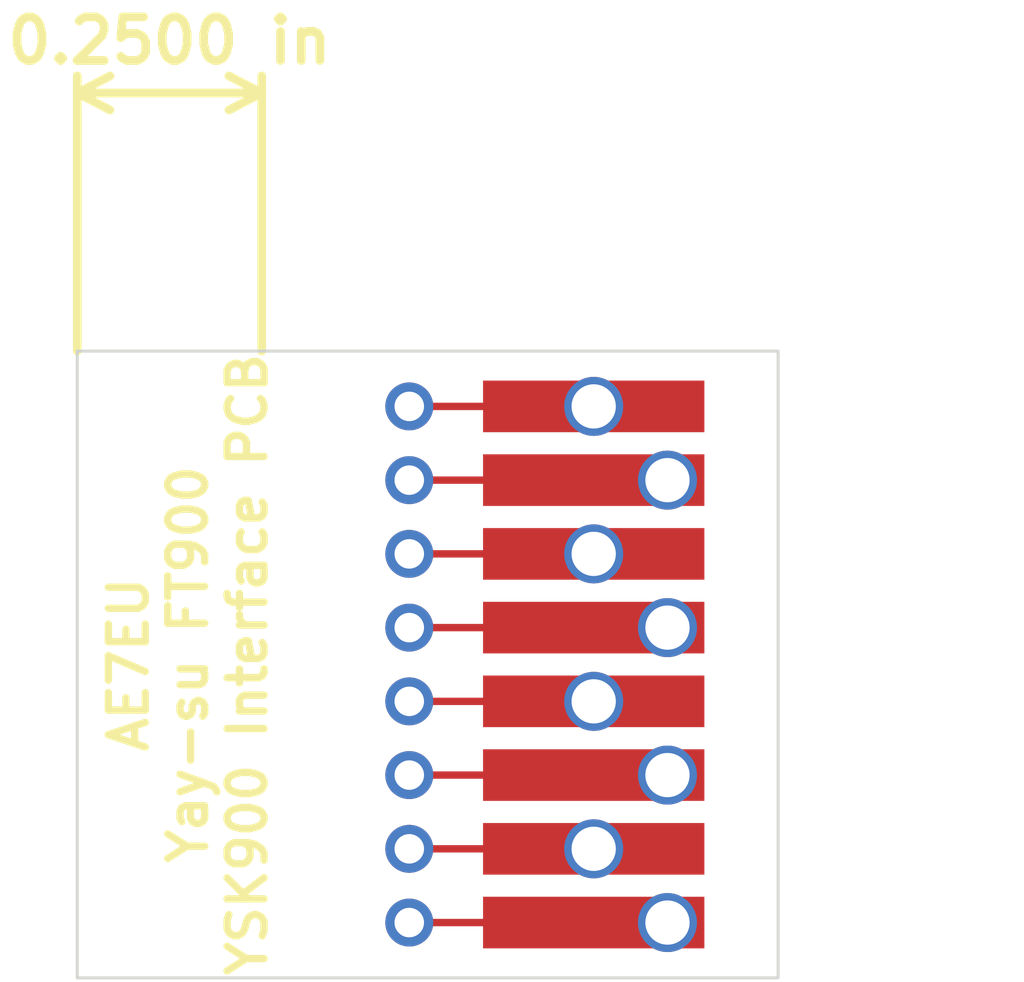
<source format=kicad_pcb>
(kicad_pcb (version 20171130) (host pcbnew "(5.0.0)")

  (general
    (thickness 1.6)
    (drawings 9)
    (tracks 8)
    (zones 0)
    (modules 24)
    (nets 9)
  )

  (page A)
  (title_block
    (title "YSK900 Adapter")
    (date 2019-03-12)
    (rev A)
    (company "Martin Held")
    (comment 1 "Design by Martin Held, AE7EU")
  )

  (layers
    (0 F.Cu signal)
    (31 B.Cu signal)
    (32 B.Adhes user)
    (33 F.Adhes user)
    (34 B.Paste user)
    (35 F.Paste user)
    (36 B.SilkS user)
    (37 F.SilkS user)
    (38 B.Mask user)
    (39 F.Mask user)
    (40 Dwgs.User user)
    (41 Cmts.User user)
    (42 Eco1.User user)
    (43 Eco2.User user)
    (44 Edge.Cuts user)
    (45 Margin user)
    (46 B.CrtYd user)
    (47 F.CrtYd user)
    (48 B.Fab user)
    (49 F.Fab user)
  )

  (setup
    (last_trace_width 0.254)
    (user_trace_width 0.1524)
    (user_trace_width 0.2032)
    (user_trace_width 0.254)
    (user_trace_width 0.381)
    (user_trace_width 0.508)
    (user_trace_width 0.635)
    (user_trace_width 0.889)
    (user_trace_width 1.27)
    (trace_clearance 0.1524)
    (zone_clearance 0.254)
    (zone_45_only no)
    (trace_min 0.1524)
    (segment_width 0.2)
    (edge_width 0.1)
    (via_size 0.635)
    (via_drill 0.381)
    (via_min_size 0.635)
    (via_min_drill 0.381)
    (user_via 0.635 0.381)
    (user_via 0.635 0.381)
    (user_via 0.889 0.635)
    (user_via 0.889 0.635)
    (user_via 1.27 0.889)
    (user_via 1.27 0.889)
    (user_via 1.905 1.524)
    (user_via 1.905 1.524)
    (uvia_size 0.508)
    (uvia_drill 0.127)
    (uvias_allowed no)
    (uvia_min_size 0.508)
    (uvia_min_drill 0.127)
    (pcb_text_width 0.3)
    (pcb_text_size 1.5 1.5)
    (mod_edge_width 0.15)
    (mod_text_size 1.27 1.27)
    (mod_text_width 0.254)
    (pad_size 0.635 0.635)
    (pad_drill 0.381)
    (pad_to_mask_clearance 0)
    (aux_axis_origin 0 0)
    (visible_elements 7FFFFF7F)
    (pcbplotparams
      (layerselection 0x011fc_80000001)
      (usegerberextensions true)
      (usegerberattributes false)
      (usegerberadvancedattributes false)
      (creategerberjobfile false)
      (excludeedgelayer true)
      (linewidth 0.152400)
      (plotframeref false)
      (viasonmask false)
      (mode 1)
      (useauxorigin false)
      (hpglpennumber 1)
      (hpglpenspeed 20)
      (hpglpendiameter 15.000000)
      (psnegative false)
      (psa4output false)
      (plotreference true)
      (plotvalue false)
      (plotinvisibletext false)
      (padsonsilk false)
      (subtractmaskfromsilk true)
      (outputformat 1)
      (mirror false)
      (drillshape 0)
      (scaleselection 1)
      (outputdirectory "Gerber/"))
  )

  (net 0 "")
  (net 1 "Net-(U1-Pad1)")
  (net 2 "Net-(U11-Pad1)")
  (net 3 "Net-(U13-Pad1)")
  (net 4 "Net-(U15-Pad1)")
  (net 5 "Net-(U17-Pad1)")
  (net 6 "Net-(U19-Pad1)")
  (net 7 "Net-(U21-Pad1)")
  (net 8 "Net-(U23-Pad1)")

  (net_class Default "This is the default net class."
    (clearance 0.1524)
    (trace_width 0.1524)
    (via_dia 0.635)
    (via_drill 0.381)
    (uvia_dia 0.508)
    (uvia_drill 0.127)
    (add_net "Net-(U1-Pad1)")
    (add_net "Net-(U11-Pad1)")
    (add_net "Net-(U13-Pad1)")
    (add_net "Net-(U15-Pad1)")
    (add_net "Net-(U17-Pad1)")
    (add_net "Net-(U19-Pad1)")
    (add_net "Net-(U21-Pad1)")
    (add_net "Net-(U23-Pad1)")
  )

  (module mheld_std:TP_SPRING (layer F.Cu) (tedit 54B6C308) (tstamp 5C8A6C56)
    (at 57.15 45.72)
    (path /5C88BCBB)
    (fp_text reference U1 (at 0.11 -1.16) (layer F.SilkS) hide
      (effects (font (size 1 1) (thickness 0.15)))
    )
    (fp_text value TP (at 0.52 1.28) (layer F.SilkS) hide
      (effects (font (size 1 1) (thickness 0.15)))
    )
    (pad 1 thru_hole circle (at 0 0) (size 2.032 2.032) (drill 1.524) (layers *.Cu *.Mask)
      (net 1 "Net-(U1-Pad1)"))
  )

  (module mheld_std:TP_SPRING (layer F.Cu) (tedit 54B6C308) (tstamp 5C8A6C5B)
    (at 54.61 43.18)
    (path /5C88C0AC)
    (fp_text reference U2 (at 0.11 -1.16) (layer F.SilkS) hide
      (effects (font (size 1 1) (thickness 0.15)))
    )
    (fp_text value TP (at 0.52 1.28) (layer F.SilkS) hide
      (effects (font (size 1 1) (thickness 0.15)))
    )
    (pad 1 thru_hole circle (at 0 0) (size 2.032 2.032) (drill 1.524) (layers *.Cu *.Mask)
      (net 2 "Net-(U11-Pad1)"))
  )

  (module mheld_std:TP_SPRING (layer F.Cu) (tedit 54B6C308) (tstamp 5C8A6C60)
    (at 57.15 40.64)
    (path /5C88C21D)
    (fp_text reference U3 (at 0.11 -1.16) (layer F.SilkS) hide
      (effects (font (size 1 1) (thickness 0.15)))
    )
    (fp_text value TP (at 0.52 1.28) (layer F.SilkS) hide
      (effects (font (size 1 1) (thickness 0.15)))
    )
    (pad 1 thru_hole circle (at 0 0) (size 2.032 2.032) (drill 1.524) (layers *.Cu *.Mask)
      (net 3 "Net-(U13-Pad1)"))
  )

  (module mheld_std:TP_SPRING (layer F.Cu) (tedit 54B6C308) (tstamp 5C8A6C65)
    (at 54.61 38.1)
    (path /5C88C232)
    (fp_text reference U4 (at 0.11 -1.16) (layer F.SilkS) hide
      (effects (font (size 1 1) (thickness 0.15)))
    )
    (fp_text value TP (at 0.52 1.28) (layer F.SilkS) hide
      (effects (font (size 1 1) (thickness 0.15)))
    )
    (pad 1 thru_hole circle (at 0 0) (size 2.032 2.032) (drill 1.524) (layers *.Cu *.Mask)
      (net 4 "Net-(U15-Pad1)"))
  )

  (module mheld_std:TP_SPRING (layer F.Cu) (tedit 54B6C308) (tstamp 5C8A6C6A)
    (at 57.15 35.56)
    (path /5C88C667)
    (fp_text reference U5 (at 0.11 -1.16) (layer F.SilkS) hide
      (effects (font (size 1 1) (thickness 0.15)))
    )
    (fp_text value TP (at 0.52 1.28) (layer F.SilkS) hide
      (effects (font (size 1 1) (thickness 0.15)))
    )
    (pad 1 thru_hole circle (at 0 0) (size 2.032 2.032) (drill 1.524) (layers *.Cu *.Mask)
      (net 5 "Net-(U17-Pad1)"))
  )

  (module mheld_std:TP_SPRING (layer F.Cu) (tedit 54B6C308) (tstamp 5C8A6C6F)
    (at 54.61 33.02)
    (path /5C88C67C)
    (fp_text reference U6 (at 0.11 -1.16) (layer F.SilkS) hide
      (effects (font (size 1 1) (thickness 0.15)))
    )
    (fp_text value TP (at 0.52 1.28) (layer F.SilkS) hide
      (effects (font (size 1 1) (thickness 0.15)))
    )
    (pad 1 thru_hole circle (at 0 0) (size 2.032 2.032) (drill 1.524) (layers *.Cu *.Mask)
      (net 6 "Net-(U19-Pad1)"))
  )

  (module mheld_std:TP_SPRING (layer F.Cu) (tedit 54B6C308) (tstamp 5C8A6C74)
    (at 57.15 30.48)
    (path /5C88C691)
    (fp_text reference U7 (at 0.11 -1.16) (layer F.SilkS) hide
      (effects (font (size 1 1) (thickness 0.15)))
    )
    (fp_text value TP (at 0.52 1.28) (layer F.SilkS) hide
      (effects (font (size 1 1) (thickness 0.15)))
    )
    (pad 1 thru_hole circle (at 0 0) (size 2.032 2.032) (drill 1.524) (layers *.Cu *.Mask)
      (net 7 "Net-(U21-Pad1)"))
  )

  (module mheld_std:TP_SPRING (layer F.Cu) (tedit 54B6C308) (tstamp 5C8A6C79)
    (at 54.61 27.94)
    (path /5C88C6A6)
    (fp_text reference U8 (at 0.11 -1.16) (layer F.SilkS) hide
      (effects (font (size 1 1) (thickness 0.15)))
    )
    (fp_text value TP (at 0.52 1.28) (layer F.SilkS) hide
      (effects (font (size 1 1) (thickness 0.15)))
    )
    (pad 1 thru_hole circle (at 0 0) (size 2.032 2.032) (drill 1.524) (layers *.Cu *.Mask)
      (net 8 "Net-(U23-Pad1)"))
  )

  (module mheld_std:PAD_70_300 (layer F.Cu) (tedit 5C3CFC79) (tstamp 5C8A6C7E)
    (at 54.61 45.72)
    (path /5C88BDAD)
    (fp_text reference U9 (at 0 0) (layer F.SilkS) hide
      (effects (font (size 1 1) (thickness 0.15)))
    )
    (fp_text value TP (at 0 0) (layer F.SilkS) hide
      (effects (font (size 1 1) (thickness 0.15)))
    )
    (pad 1 smd rect (at 0 0) (size 7.62 1.778) (layers F.Cu F.Paste F.Mask)
      (net 1 "Net-(U1-Pad1)"))
  )

  (module mheld_std:TP_40mil (layer F.Cu) (tedit 5C885558) (tstamp 5C8A6C83)
    (at 48.26 45.72)
    (path /5C88BF78)
    (fp_text reference U10 (at -2.794 0.254) (layer F.SilkS) hide
      (effects (font (size 0.762 0.762) (thickness 0.1524)))
    )
    (fp_text value TP (at 0.5 2.1) (layer F.SilkS) hide
      (effects (font (size 1 1) (thickness 0.15)))
    )
    (pad 1 thru_hole circle (at 0 0) (size 1.651 1.651) (drill 1.016) (layers *.Cu *.Mask)
      (net 1 "Net-(U1-Pad1)"))
  )

  (module mheld_std:PAD_70_300 (layer F.Cu) (tedit 5C3CFC79) (tstamp 5C8A6C88)
    (at 54.61 43.18)
    (path /5C88C0B2)
    (fp_text reference U11 (at 0 0) (layer F.SilkS) hide
      (effects (font (size 1 1) (thickness 0.15)))
    )
    (fp_text value TP (at 0 0) (layer F.SilkS) hide
      (effects (font (size 1 1) (thickness 0.15)))
    )
    (pad 1 smd rect (at 0 0) (size 7.62 1.778) (layers F.Cu F.Paste F.Mask)
      (net 2 "Net-(U11-Pad1)"))
  )

  (module mheld_std:TP_40mil (layer F.Cu) (tedit 5C885556) (tstamp 5C8A6C8D)
    (at 48.26 43.18)
    (path /5C88C0B9)
    (fp_text reference U12 (at -2.794 0.254) (layer F.SilkS) hide
      (effects (font (size 0.762 0.762) (thickness 0.1524)))
    )
    (fp_text value TP (at 0.5 2.1) (layer F.SilkS) hide
      (effects (font (size 1 1) (thickness 0.15)))
    )
    (pad 1 thru_hole circle (at 0 0) (size 1.651 1.651) (drill 1.016) (layers *.Cu *.Mask)
      (net 2 "Net-(U11-Pad1)"))
  )

  (module mheld_std:PAD_70_300 (layer F.Cu) (tedit 5C3CFC79) (tstamp 5C8A6C92)
    (at 54.61 40.64)
    (path /5C88C223)
    (fp_text reference U13 (at 0 0) (layer F.SilkS) hide
      (effects (font (size 1 1) (thickness 0.15)))
    )
    (fp_text value TP (at 0 0) (layer F.SilkS) hide
      (effects (font (size 1 1) (thickness 0.15)))
    )
    (pad 1 smd rect (at 0 0) (size 7.62 1.778) (layers F.Cu F.Paste F.Mask)
      (net 3 "Net-(U13-Pad1)"))
  )

  (module mheld_std:TP_40mil (layer F.Cu) (tedit 5C885554) (tstamp 5C8A6C97)
    (at 48.26 40.64)
    (path /5C88C22A)
    (fp_text reference U14 (at -2.794 0.254) (layer F.SilkS) hide
      (effects (font (size 0.762 0.762) (thickness 0.1524)))
    )
    (fp_text value TP (at 0.5 2.1) (layer F.SilkS) hide
      (effects (font (size 1 1) (thickness 0.15)))
    )
    (pad 1 thru_hole circle (at 0 0) (size 1.651 1.651) (drill 1.016) (layers *.Cu *.Mask)
      (net 3 "Net-(U13-Pad1)"))
  )

  (module mheld_std:PAD_70_300 (layer F.Cu) (tedit 5C3CFC79) (tstamp 5C8A6C9C)
    (at 54.61 38.1)
    (path /5C88C238)
    (fp_text reference U15 (at 0 0) (layer F.SilkS) hide
      (effects (font (size 1 1) (thickness 0.15)))
    )
    (fp_text value TP (at 0 0) (layer F.SilkS) hide
      (effects (font (size 1 1) (thickness 0.15)))
    )
    (pad 1 smd rect (at 0 0) (size 7.62 1.778) (layers F.Cu F.Paste F.Mask)
      (net 4 "Net-(U15-Pad1)"))
  )

  (module mheld_std:TP_40mil (layer F.Cu) (tedit 5C885551) (tstamp 5C8A6CA1)
    (at 48.26 38.1)
    (path /5C88C23F)
    (fp_text reference U16 (at -2.794 0.254) (layer F.SilkS) hide
      (effects (font (size 0.762 0.762) (thickness 0.1524)))
    )
    (fp_text value TP (at 0.5 2.1) (layer F.SilkS) hide
      (effects (font (size 1 1) (thickness 0.15)))
    )
    (pad 1 thru_hole circle (at 0 0) (size 1.651 1.651) (drill 1.016) (layers *.Cu *.Mask)
      (net 4 "Net-(U15-Pad1)"))
  )

  (module mheld_std:PAD_70_300 (layer F.Cu) (tedit 5C3CFC79) (tstamp 5C8A6CA6)
    (at 54.61 35.56)
    (path /5C88C66D)
    (fp_text reference U17 (at 0 0) (layer F.SilkS) hide
      (effects (font (size 1 1) (thickness 0.15)))
    )
    (fp_text value TP (at 0 0) (layer F.SilkS) hide
      (effects (font (size 1 1) (thickness 0.15)))
    )
    (pad 1 smd rect (at 0 0) (size 7.62 1.778) (layers F.Cu F.Paste F.Mask)
      (net 5 "Net-(U17-Pad1)"))
  )

  (module mheld_std:TP_40mil (layer F.Cu) (tedit 5C88554F) (tstamp 5C8A6CAB)
    (at 48.26 35.56)
    (path /5C88C674)
    (fp_text reference U18 (at -2.794 0.254) (layer F.SilkS) hide
      (effects (font (size 0.762 0.762) (thickness 0.1524)))
    )
    (fp_text value TP (at 0.5 2.1) (layer F.SilkS) hide
      (effects (font (size 1 1) (thickness 0.15)))
    )
    (pad 1 thru_hole circle (at 0 0) (size 1.651 1.651) (drill 1.016) (layers *.Cu *.Mask)
      (net 5 "Net-(U17-Pad1)"))
  )

  (module mheld_std:PAD_70_300 (layer F.Cu) (tedit 5C3CFC79) (tstamp 5C8A6CB0)
    (at 54.61 33.02)
    (path /5C88C682)
    (fp_text reference U19 (at 0 0) (layer F.SilkS) hide
      (effects (font (size 1 1) (thickness 0.15)))
    )
    (fp_text value TP (at 0 0) (layer F.SilkS) hide
      (effects (font (size 1 1) (thickness 0.15)))
    )
    (pad 1 smd rect (at 0 0) (size 7.62 1.778) (layers F.Cu F.Paste F.Mask)
      (net 6 "Net-(U19-Pad1)"))
  )

  (module mheld_std:TP_40mil (layer F.Cu) (tedit 5C88554D) (tstamp 5C8A6CB5)
    (at 48.26 33.02)
    (path /5C88C689)
    (fp_text reference U20 (at -2.794 0.254) (layer F.SilkS) hide
      (effects (font (size 0.762 0.762) (thickness 0.1524)))
    )
    (fp_text value TP (at 0.5 2.1) (layer F.SilkS) hide
      (effects (font (size 1 1) (thickness 0.15)))
    )
    (pad 1 thru_hole circle (at 0 0) (size 1.651 1.651) (drill 1.016) (layers *.Cu *.Mask)
      (net 6 "Net-(U19-Pad1)"))
  )

  (module mheld_std:PAD_70_300 (layer F.Cu) (tedit 5C3CFC79) (tstamp 5C8A6CBA)
    (at 54.61 30.48)
    (path /5C88C697)
    (fp_text reference U21 (at 0 0) (layer F.SilkS) hide
      (effects (font (size 1 1) (thickness 0.15)))
    )
    (fp_text value TP (at 0 0) (layer F.SilkS) hide
      (effects (font (size 1 1) (thickness 0.15)))
    )
    (pad 1 smd rect (at 0 0) (size 7.62 1.778) (layers F.Cu F.Paste F.Mask)
      (net 7 "Net-(U21-Pad1)"))
  )

  (module mheld_std:TP_40mil (layer F.Cu) (tedit 5C88554A) (tstamp 5C8A6CBF)
    (at 48.26 30.48)
    (path /5C88C69E)
    (fp_text reference U22 (at -2.794 0.254) (layer F.SilkS) hide
      (effects (font (size 0.762 0.762) (thickness 0.1524)))
    )
    (fp_text value TP (at 0.5 2.1) (layer F.SilkS) hide
      (effects (font (size 1 1) (thickness 0.15)))
    )
    (pad 1 thru_hole circle (at 0 0) (size 1.651 1.651) (drill 1.016) (layers *.Cu *.Mask)
      (net 7 "Net-(U21-Pad1)"))
  )

  (module mheld_std:PAD_70_300 (layer F.Cu) (tedit 5C3CFC79) (tstamp 5C8A6CC4)
    (at 54.61 27.94)
    (path /5C88C6AC)
    (fp_text reference U23 (at 0 0) (layer F.SilkS) hide
      (effects (font (size 1 1) (thickness 0.15)))
    )
    (fp_text value TP (at 0 0) (layer F.SilkS) hide
      (effects (font (size 1 1) (thickness 0.15)))
    )
    (pad 1 smd rect (at 0 0) (size 7.62 1.778) (layers F.Cu F.Paste F.Mask)
      (net 8 "Net-(U23-Pad1)"))
  )

  (module mheld_std:TP_40mil (layer F.Cu) (tedit 5C885548) (tstamp 5C8A6CC9)
    (at 48.26 27.94)
    (path /5C88C6B3)
    (fp_text reference U24 (at -2.794 0.254) (layer F.SilkS) hide
      (effects (font (size 0.762 0.762) (thickness 0.1524)))
    )
    (fp_text value TP (at 0.5 2.1) (layer F.SilkS) hide
      (effects (font (size 1 1) (thickness 0.15)))
    )
    (pad 1 thru_hole circle (at 0 0) (size 1.651 1.651) (drill 1.016) (layers *.Cu *.Mask)
      (net 8 "Net-(U23-Pad1)"))
  )

  (gr_text "AE7EU\nYay-su FT900\nYSK900 Interface PCB" (at 40.64 36.83 90) (layer F.SilkS)
    (effects (font (size 1.27 1.27) (thickness 0.254)))
  )
  (dimension 6.35 (width 0.3) (layer F.SilkS)
    (gr_text "0.2500 in" (at 40.005 15.045) (layer F.SilkS)
      (effects (font (size 1.5 1.5) (thickness 0.3)))
    )
    (feature1 (pts (xy 43.18 26.035) (xy 43.18 16.558579)))
    (feature2 (pts (xy 36.83 26.035) (xy 36.83 16.558579)))
    (crossbar (pts (xy 36.83 17.145) (xy 43.18 17.145)))
    (arrow1a (pts (xy 43.18 17.145) (xy 42.053496 17.731421)))
    (arrow1b (pts (xy 43.18 17.145) (xy 42.053496 16.558579)))
    (arrow2a (pts (xy 36.83 17.145) (xy 37.956504 17.731421)))
    (arrow2b (pts (xy 36.83 17.145) (xy 37.956504 16.558579)))
  )
  (dimension 1.905 (width 0.3) (layer Dwgs.User)
    (gr_text "0.0750 in" (at 60.0075 16.95) (layer Dwgs.User)
      (effects (font (size 1.5 1.5) (thickness 0.3)))
    )
    (feature1 (pts (xy 59.055 27.94) (xy 59.055 18.463579)))
    (feature2 (pts (xy 60.96 27.94) (xy 60.96 18.463579)))
    (crossbar (pts (xy 60.96 19.05) (xy 59.055 19.05)))
    (arrow1a (pts (xy 59.055 19.05) (xy 60.181504 18.463579)))
    (arrow1b (pts (xy 59.055 19.05) (xy 60.181504 19.636421)))
    (arrow2a (pts (xy 60.96 19.05) (xy 59.833496 18.463579)))
    (arrow2b (pts (xy 60.96 19.05) (xy 59.833496 19.636421)))
  )
  (dimension 21.59 (width 0.3) (layer Dwgs.User)
    (gr_text "0.8500 in" (at 67.505 36.83 270) (layer Dwgs.User)
      (effects (font (size 1.5 1.5) (thickness 0.3)))
    )
    (feature1 (pts (xy 61.595 47.625) (xy 65.991421 47.625)))
    (feature2 (pts (xy 61.595 26.035) (xy 65.991421 26.035)))
    (crossbar (pts (xy 65.405 26.035) (xy 65.405 47.625)))
    (arrow1a (pts (xy 65.405 47.625) (xy 64.818579 46.498496)))
    (arrow1b (pts (xy 65.405 47.625) (xy 65.991421 46.498496)))
    (arrow2a (pts (xy 65.405 26.035) (xy 64.818579 27.161504)))
    (arrow2b (pts (xy 65.405 26.035) (xy 65.991421 27.161504)))
  )
  (dimension 24.13 (width 0.3) (layer Dwgs.User)
    (gr_text "0.9500 in" (at 48.895 20.76) (layer Dwgs.User)
      (effects (font (size 1.5 1.5) (thickness 0.3)))
    )
    (feature1 (pts (xy 36.83 26.035) (xy 36.83 22.273579)))
    (feature2 (pts (xy 60.96 26.035) (xy 60.96 22.273579)))
    (crossbar (pts (xy 60.96 22.86) (xy 36.83 22.86)))
    (arrow1a (pts (xy 36.83 22.86) (xy 37.956504 22.273579)))
    (arrow1b (pts (xy 36.83 22.86) (xy 37.956504 23.446421)))
    (arrow2a (pts (xy 60.96 22.86) (xy 59.833496 22.273579)))
    (arrow2b (pts (xy 60.96 22.86) (xy 59.833496 23.446421)))
  )
  (gr_line (start 36.83 26.035) (end 60.96 26.035) (layer Edge.Cuts) (width 0.1))
  (gr_line (start 36.83 47.625) (end 36.83 26.035) (layer Edge.Cuts) (width 0.1))
  (gr_line (start 60.96 47.625) (end 36.83 47.625) (layer Edge.Cuts) (width 0.1))
  (gr_line (start 60.96 26.035) (end 60.96 47.625) (layer Edge.Cuts) (width 0.1))

  (segment (start 48.26 45.72) (end 54.61 45.72) (width 0.254) (layer F.Cu) (net 1))
  (segment (start 54.61 43.18) (end 48.26 43.18) (width 0.254) (layer F.Cu) (net 2))
  (segment (start 48.26 40.64) (end 54.61 40.64) (width 0.254) (layer F.Cu) (net 3))
  (segment (start 54.61 38.1) (end 48.26 38.1) (width 0.254) (layer F.Cu) (net 4))
  (segment (start 48.26 35.56) (end 54.61 35.56) (width 0.254) (layer F.Cu) (net 5))
  (segment (start 54.61 33.02) (end 48.26 33.02) (width 0.254) (layer F.Cu) (net 6))
  (segment (start 48.26 30.48) (end 57.15 30.48) (width 0.254) (layer F.Cu) (net 7))
  (segment (start 54.61 27.94) (end 48.26 27.94) (width 0.254) (layer F.Cu) (net 8))

)

</source>
